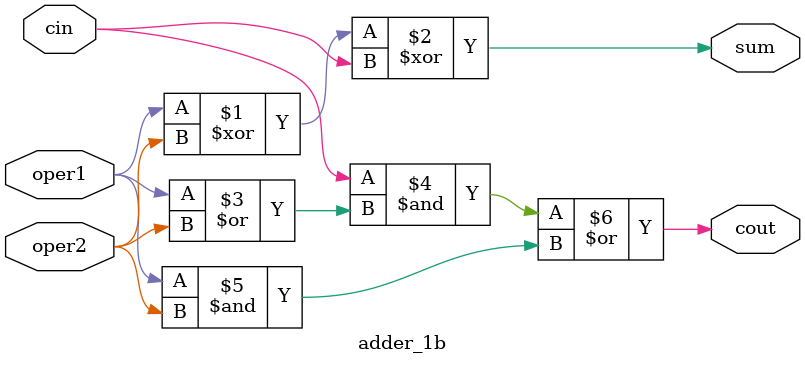
<source format=v>
module adder_1b(
   cout, sum, 
   oper1, oper2, cin
   );
input   oper1;
input   oper2;
input   cin;
output  cout;
output  sum;
assign  sum = oper1 ^ oper2 ^ cin ;
assign  cout =  ( cin & ( oper1 | oper2 ) ) |
                ( oper1 & oper2 ) ;
endmodule
</source>
